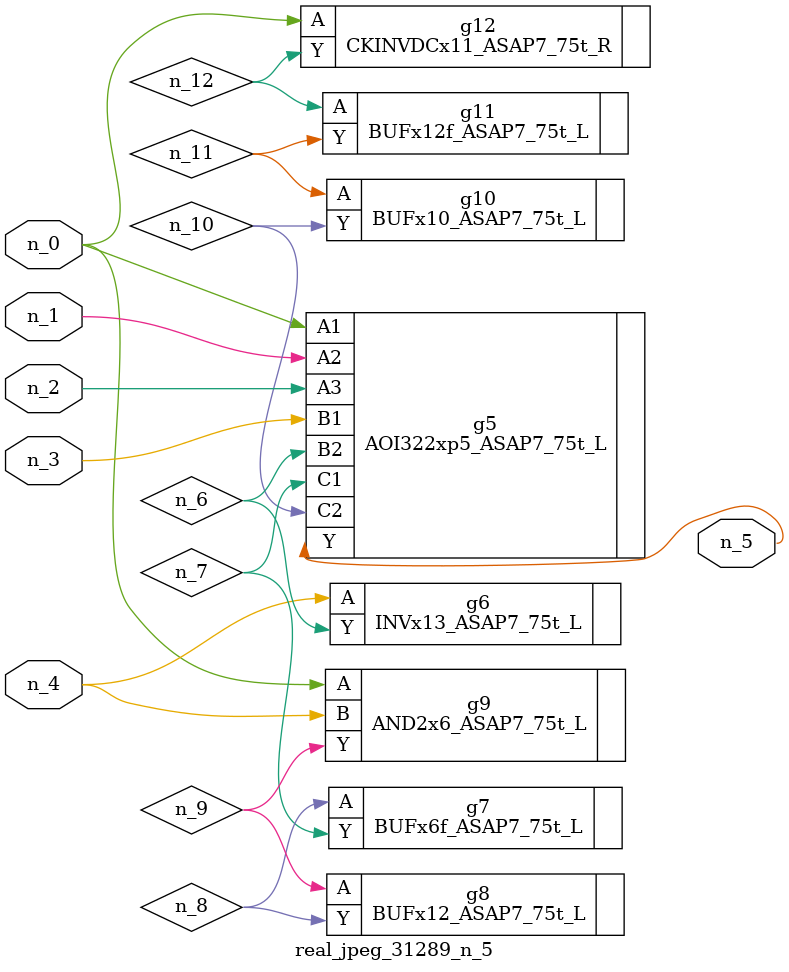
<source format=v>
module real_jpeg_31289_n_5 (n_4, n_0, n_1, n_2, n_3, n_5);

input n_4;
input n_0;
input n_1;
input n_2;
input n_3;

output n_5;

wire n_12;
wire n_8;
wire n_11;
wire n_6;
wire n_7;
wire n_10;
wire n_9;

AOI322xp5_ASAP7_75t_L g5 ( 
.A1(n_0),
.A2(n_1),
.A3(n_2),
.B1(n_3),
.B2(n_6),
.C1(n_7),
.C2(n_10),
.Y(n_5)
);

AND2x6_ASAP7_75t_L g9 ( 
.A(n_0),
.B(n_4),
.Y(n_9)
);

CKINVDCx11_ASAP7_75t_R g12 ( 
.A(n_0),
.Y(n_12)
);

INVx13_ASAP7_75t_L g6 ( 
.A(n_4),
.Y(n_6)
);

BUFx6f_ASAP7_75t_L g7 ( 
.A(n_8),
.Y(n_7)
);

BUFx12_ASAP7_75t_L g8 ( 
.A(n_9),
.Y(n_8)
);

BUFx10_ASAP7_75t_L g10 ( 
.A(n_11),
.Y(n_10)
);

BUFx12f_ASAP7_75t_L g11 ( 
.A(n_12),
.Y(n_11)
);


endmodule
</source>
